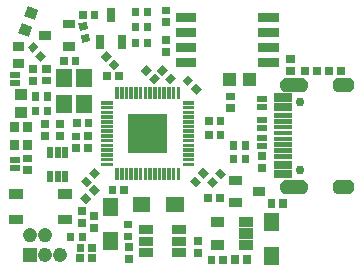
<source format=gts>
%TF.GenerationSoftware,KiCad,Pcbnew,9.0.0*%
%TF.CreationDate,2025-03-31T12:51:01+01:00*%
%TF.ProjectId,vm_rp2040_brain_0.1,766d5f72-7032-4303-9430-5f627261696e,rev?*%
%TF.SameCoordinates,Original*%
%TF.FileFunction,Soldermask,Top*%
%TF.FilePolarity,Negative*%
%FSLAX45Y45*%
G04 Gerber Fmt 4.5, Leading zero omitted, Abs format (unit mm)*
G04 Created by KiCad (PCBNEW 9.0.0) date 2025-03-31 12:51:01*
%MOMM*%
%LPD*%
G01*
G04 APERTURE LIST*
G04 Aperture macros list*
%AMRoundRect*
0 Rectangle with rounded corners*
0 $1 Rounding radius*
0 $2 $3 $4 $5 $6 $7 $8 $9 X,Y pos of 4 corners*
0 Add a 4 corners polygon primitive as box body*
4,1,4,$2,$3,$4,$5,$6,$7,$8,$9,$2,$3,0*
0 Add four circle primitives for the rounded corners*
1,1,$1+$1,$2,$3*
1,1,$1+$1,$4,$5*
1,1,$1+$1,$6,$7*
1,1,$1+$1,$8,$9*
0 Add four rect primitives between the rounded corners*
20,1,$1+$1,$2,$3,$4,$5,0*
20,1,$1+$1,$4,$5,$6,$7,0*
20,1,$1+$1,$6,$7,$8,$9,0*
20,1,$1+$1,$8,$9,$2,$3,0*%
G04 Aperture macros list end*
%ADD10C,0.000000*%
%ADD11C,0.629990*%
%ADD12C,0.075000*%
%ADD13RoundRect,0.172720X0.259080X0.259080X-0.259080X0.259080X-0.259080X-0.259080X0.259080X-0.259080X0*%
%ADD14C,0.863600*%
%ADD15C,0.750000*%
%ADD16O,2.200000X1.200000*%
%ADD17O,1.800000X1.200000*%
G04 APERTURE END LIST*
D10*
G36*
X-392400Y-372601D02*
G01*
X-422601Y-372601D01*
X-422601Y-274900D01*
X-392400Y-274900D01*
X-392400Y-372601D01*
G37*
G36*
X125101Y-55100D02*
G01*
X27400Y-55100D01*
X27400Y-24899D01*
X125101Y-24899D01*
X125101Y-55100D01*
G37*
G36*
X957501Y-44999D02*
G01*
X802500Y-44999D01*
X802500Y-4999D01*
X957501Y-4999D01*
X957501Y-44999D01*
G37*
G36*
X844499Y714955D02*
G01*
X669498Y714955D01*
X669498Y789956D01*
X844499Y789956D01*
X844499Y714955D01*
G37*
G36*
X-737500Y411658D02*
G01*
X-872501Y411658D01*
X-872501Y566659D01*
X-737500Y566659D01*
X-737500Y411658D01*
G37*
G36*
X-1203438Y435000D02*
G01*
X-1273438Y435000D01*
X-1273438Y500001D01*
X-1203438Y500001D01*
X-1203438Y435000D01*
G37*
G36*
X957501Y155001D02*
G01*
X802500Y155001D01*
X802500Y195001D01*
X957501Y195001D01*
X957501Y155001D01*
G37*
G36*
X-579998Y472500D02*
G01*
X-644999Y472500D01*
X-644999Y542500D01*
X-579998Y542500D01*
X-579998Y472500D01*
G37*
G36*
X-910001Y-530052D02*
G01*
X-1030001Y-530052D01*
X-1030001Y-450052D01*
X-910001Y-450052D01*
X-910001Y-530052D01*
G37*
G36*
X-562398Y-95100D02*
G01*
X-660099Y-95100D01*
X-660099Y-64899D01*
X-562398Y-64899D01*
X-562398Y-95100D01*
G37*
G36*
X-1088965Y436298D02*
G01*
X-1158965Y436298D01*
X-1158965Y501299D01*
X-1088965Y501299D01*
X-1088965Y436298D01*
G37*
G36*
X957501Y4999D02*
G01*
X802500Y4999D01*
X802500Y44999D01*
X957501Y44999D01*
X957501Y4999D01*
G37*
G36*
X-845354Y597234D02*
G01*
X-910355Y597234D01*
X-910355Y667234D01*
X-845354Y667234D01*
X-845354Y597234D01*
G37*
G36*
X282500Y92500D02*
G01*
X217499Y92500D01*
X217499Y162500D01*
X282500Y162500D01*
X282500Y92500D01*
G37*
G36*
X125101Y24900D02*
G01*
X27400Y24900D01*
X27400Y55101D01*
X125101Y55101D01*
X125101Y24900D01*
G37*
G36*
X382502Y92500D02*
G01*
X317501Y92500D01*
X317501Y162500D01*
X382502Y162500D01*
X382502Y92500D01*
G37*
G36*
X-740538Y-34151D02*
G01*
X-810538Y-34151D01*
X-810538Y30850D01*
X-740538Y30850D01*
X-740538Y-34151D01*
G37*
G36*
X381632Y-963258D02*
G01*
X266631Y-963258D01*
X266631Y-878257D01*
X381632Y-878257D01*
X381632Y-963258D01*
G37*
G36*
X125101Y224900D02*
G01*
X27400Y224900D01*
X27400Y255101D01*
X125101Y255101D01*
X125101Y224900D01*
G37*
G36*
X-75802Y680572D02*
G01*
X-145802Y680572D01*
X-145802Y745573D01*
X-75802Y745573D01*
X-75802Y680572D01*
G37*
G36*
X-807501Y-1070334D02*
G01*
X-872502Y-1070334D01*
X-872502Y-1000334D01*
X-807501Y-1000334D01*
X-807501Y-1070334D01*
G37*
G36*
X-237499Y885001D02*
G01*
X-302500Y885001D01*
X-302500Y955001D01*
X-237499Y955001D01*
X-237499Y885001D01*
G37*
G36*
X653389Y426779D02*
G01*
X541868Y426779D01*
X541868Y533220D01*
X653389Y533220D01*
X653389Y426779D01*
G37*
G36*
X-77499Y1030000D02*
G01*
X-147499Y1030000D01*
X-147499Y1095001D01*
X-77499Y1095001D01*
X-77499Y1030000D01*
G37*
G36*
X729628Y-507349D02*
G01*
X624627Y-507349D01*
X624627Y-432348D01*
X729628Y-432348D01*
X729628Y-507349D01*
G37*
G36*
X844499Y841955D02*
G01*
X669498Y841955D01*
X669498Y916956D01*
X844499Y916956D01*
X844499Y841955D01*
G37*
G36*
X382502Y-25000D02*
G01*
X317501Y-25000D01*
X317501Y45000D01*
X382502Y45000D01*
X382502Y-25000D01*
G37*
G36*
X125101Y64900D02*
G01*
X27400Y64900D01*
X27400Y95101D01*
X125101Y95101D01*
X125101Y64900D01*
G37*
G36*
X254084Y-315702D02*
G01*
X208123Y-361663D01*
X158626Y-312166D01*
X204587Y-266205D01*
X254084Y-315702D01*
G37*
G36*
X-1082499Y815508D02*
G01*
X-1187500Y815508D01*
X-1187500Y890509D01*
X-1082499Y890509D01*
X-1082499Y815508D01*
G37*
G36*
X-788760Y-769283D02*
G01*
X-858760Y-769283D01*
X-858760Y-704282D01*
X-788760Y-704282D01*
X-788760Y-769283D01*
G37*
G36*
X-1357501Y30001D02*
G01*
X-1432502Y30001D01*
X-1432502Y120001D01*
X-1357501Y120001D01*
X-1357501Y30001D01*
G37*
G36*
X-75802Y780572D02*
G01*
X-145802Y780572D01*
X-145802Y845573D01*
X-75802Y845573D01*
X-75802Y780572D01*
G37*
G36*
X529629Y-412348D02*
G01*
X424628Y-412348D01*
X424628Y-337347D01*
X529629Y-337347D01*
X529629Y-412348D01*
G37*
G36*
X193991Y-1020989D02*
G01*
X123991Y-1020989D01*
X123991Y-955988D01*
X193991Y-955988D01*
X193991Y-1020989D01*
G37*
G36*
X-1312500Y718302D02*
G01*
X-1407501Y718302D01*
X-1407501Y793303D01*
X-1312500Y793303D01*
X-1312500Y718302D01*
G37*
G36*
X-667454Y-317066D02*
G01*
X-713415Y-363027D01*
X-762912Y-313530D01*
X-716951Y-267569D01*
X-667454Y-317066D01*
G37*
G36*
X957501Y-359999D02*
G01*
X802500Y-359999D01*
X802500Y-319999D01*
X957501Y-319999D01*
X957501Y-359999D01*
G37*
G36*
X1031999Y-296499D02*
G01*
X1016998Y-296499D01*
X1016998Y-281498D01*
X1031999Y-281498D01*
X1031999Y-296499D01*
G37*
G36*
X-233307Y557124D02*
G01*
X-282804Y507627D01*
X-328765Y553588D01*
X-279268Y603085D01*
X-233307Y557124D01*
G37*
G36*
X-939000Y-185349D02*
G01*
X-990999Y-185349D01*
X-990999Y-93348D01*
X-939000Y-93348D01*
X-939000Y-185349D01*
G37*
G36*
X-503321Y604482D02*
G01*
X-552818Y554985D01*
X-598779Y600946D01*
X-549282Y650443D01*
X-503321Y604482D01*
G37*
G36*
X125101Y144900D02*
G01*
X27400Y144900D01*
X27400Y175101D01*
X125101Y175101D01*
X125101Y144900D01*
G37*
G36*
X957501Y-279999D02*
G01*
X802500Y-279999D01*
X802500Y-239999D01*
X957501Y-239999D01*
X957501Y-279999D01*
G37*
G36*
X492499Y-116818D02*
G01*
X427498Y-116818D01*
X427498Y-46818D01*
X492499Y-46818D01*
X492499Y-116818D01*
G37*
G36*
X-574033Y675193D02*
G01*
X-623530Y625696D01*
X-669491Y671657D01*
X-619994Y721154D01*
X-574033Y675193D01*
G37*
G36*
X-392400Y314898D02*
G01*
X-422601Y314898D01*
X-422601Y412599D01*
X-392400Y412599D01*
X-392400Y314898D01*
G37*
G36*
X-1247501Y30001D02*
G01*
X-1322502Y30001D01*
X-1322502Y120001D01*
X-1247501Y120001D01*
X-1247501Y30001D01*
G37*
G36*
X-773569Y901820D02*
G01*
X-842505Y889663D01*
X-853793Y953676D01*
X-784857Y965833D01*
X-773569Y901820D01*
G37*
G36*
X7599Y314898D02*
G01*
X-22602Y314898D01*
X-22602Y412599D01*
X7599Y412599D01*
X7599Y314898D01*
G37*
G36*
X-707501Y-1070334D02*
G01*
X-772502Y-1070334D01*
X-772502Y-1000334D01*
X-707501Y-1000334D01*
X-707501Y-1070334D01*
G37*
G36*
X1402500Y515667D02*
G01*
X1337499Y515667D01*
X1337499Y585667D01*
X1402500Y585667D01*
X1402500Y515667D01*
G37*
G36*
X403759Y-1083215D02*
G01*
X338758Y-1083215D01*
X338758Y-1013215D01*
X403759Y-1013215D01*
X403759Y-1083215D01*
G37*
D11*
X-1106002Y-1007501D02*
G75*
G02*
X-1169001Y-1007501I-31500J0D01*
G01*
X-1169001Y-1007501D02*
G75*
G02*
X-1106002Y-1007501I31500J0D01*
G01*
D10*
G36*
X-520496Y-677501D02*
G01*
X-645497Y-677501D01*
X-645497Y-527501D01*
X-520496Y-527501D01*
X-520496Y-677501D01*
G37*
G36*
X-1249999Y-322611D02*
G01*
X-1319999Y-322611D01*
X-1319999Y-257610D01*
X-1249999Y-257610D01*
X-1249999Y-322611D01*
G37*
G36*
X957501Y105001D02*
G01*
X802500Y105001D01*
X802500Y145001D01*
X957501Y145001D01*
X957501Y105001D01*
G37*
G36*
X-888260Y-890551D02*
G01*
X-953261Y-890551D01*
X-953261Y-820551D01*
X-888260Y-820551D01*
X-888260Y-890551D01*
G37*
G36*
X-945354Y597234D02*
G01*
X-1010355Y597234D01*
X-1010355Y667234D01*
X-945354Y667234D01*
X-945354Y597234D01*
G37*
G36*
X1302500Y515667D02*
G01*
X1237499Y515667D01*
X1237499Y585667D01*
X1302500Y585667D01*
X1302500Y515667D01*
G37*
G36*
X381632Y-773258D02*
G01*
X266631Y-773258D01*
X266631Y-688257D01*
X381632Y-688257D01*
X381632Y-773258D01*
G37*
G36*
X957501Y-250000D02*
G01*
X802500Y-250000D01*
X802500Y-210000D01*
X957501Y-210000D01*
X957501Y-250000D01*
G37*
G36*
X956932Y-95001D02*
G01*
X801931Y-95001D01*
X801931Y-55001D01*
X956932Y-55001D01*
X956932Y-95001D01*
G37*
G36*
X-337499Y755001D02*
G01*
X-402500Y755001D01*
X-402500Y825001D01*
X-337499Y825001D01*
X-337499Y755001D01*
G37*
G36*
X-788760Y-669283D02*
G01*
X-858760Y-669283D01*
X-858760Y-604282D01*
X-788760Y-604282D01*
X-788760Y-669283D01*
G37*
G36*
X-975501Y68000D02*
G01*
X-1045501Y68000D01*
X-1045501Y133001D01*
X-975501Y133001D01*
X-975501Y68000D01*
G37*
G36*
X845503Y-803561D02*
G01*
X720502Y-803561D01*
X720502Y-653561D01*
X845503Y-653561D01*
X845503Y-803561D01*
G37*
G36*
X-562398Y24900D02*
G01*
X-660099Y24900D01*
X-660099Y55101D01*
X-562398Y55101D01*
X-562398Y24900D01*
G37*
G36*
X737501Y-202091D02*
G01*
X667501Y-202091D01*
X667501Y-137090D01*
X737501Y-137090D01*
X737501Y-202091D01*
G37*
G36*
X-1292500Y302499D02*
G01*
X-1387501Y302499D01*
X-1387501Y397500D01*
X-1292500Y397500D01*
X-1292500Y302499D01*
G37*
G36*
X-337499Y1015000D02*
G01*
X-402500Y1015000D01*
X-402500Y1085000D01*
X-337499Y1085000D01*
X-337499Y1015000D01*
G37*
G36*
X125101Y184900D02*
G01*
X27400Y184900D01*
X27400Y215101D01*
X125101Y215101D01*
X125101Y184900D01*
G37*
G36*
X-232400Y314898D02*
G01*
X-262601Y314898D01*
X-262601Y412599D01*
X-232400Y412599D01*
X-232400Y314898D01*
G37*
G36*
X-736330Y74499D02*
G01*
X-801331Y74499D01*
X-801331Y144499D01*
X-736330Y144499D01*
X-736330Y74499D01*
G37*
G36*
X621631Y-773258D02*
G01*
X506630Y-773258D01*
X506630Y-688257D01*
X621631Y-688257D01*
X621631Y-773258D01*
G37*
G36*
X-533102Y-494999D02*
G01*
X-598103Y-494999D01*
X-598103Y-424999D01*
X-533102Y-424999D01*
X-533102Y-494999D01*
G37*
G36*
X-562398Y64900D02*
G01*
X-660099Y64900D01*
X-660099Y95101D01*
X-562398Y95101D01*
X-562398Y64900D01*
G37*
G36*
X-237499Y755001D02*
G01*
X-302500Y755001D01*
X-302500Y825001D01*
X-237499Y825001D01*
X-237499Y755001D01*
G37*
G36*
X52501Y-832500D02*
G01*
X-62500Y-832500D01*
X-62500Y-757499D01*
X52501Y-757499D01*
X52501Y-832500D01*
G37*
G36*
X-337499Y885001D02*
G01*
X-402500Y885001D01*
X-402500Y955001D01*
X-337499Y955001D01*
X-337499Y885001D01*
G37*
G36*
X276881Y-560051D02*
G01*
X211880Y-560051D01*
X211880Y-490051D01*
X276881Y-490051D01*
X276881Y-560051D01*
G37*
G36*
X529629Y-602348D02*
G01*
X424628Y-602348D01*
X424628Y-527347D01*
X529629Y-527347D01*
X529629Y-602348D01*
G37*
G36*
X1031999Y494500D02*
G01*
X1037586Y494226D01*
X1043119Y493405D01*
X1048545Y492046D01*
X1053812Y490161D01*
X1058869Y487770D01*
X1063667Y484894D01*
X1068159Y481562D01*
X1072304Y477805D01*
X1076061Y473660D01*
X1079393Y469168D01*
X1082269Y464370D01*
X1084660Y459313D01*
X1086545Y454046D01*
X1087904Y448620D01*
X1088725Y443087D01*
X1088999Y437500D01*
X1088999Y426501D01*
X1088725Y420915D01*
X1087904Y415382D01*
X1086545Y409956D01*
X1084660Y404689D01*
X1082269Y399632D01*
X1079393Y394834D01*
X1076061Y390342D01*
X1072304Y386197D01*
X1068159Y382440D01*
X1063667Y379108D01*
X1058869Y376232D01*
X1053812Y373841D01*
X1048545Y371956D01*
X1043119Y370597D01*
X1037586Y369776D01*
X1031999Y369502D01*
X1031999Y369501D01*
X910998Y369501D01*
X910998Y369503D01*
X905412Y369776D01*
X899879Y370597D01*
X894453Y371956D01*
X889186Y373841D01*
X884129Y376232D01*
X879331Y379108D01*
X874839Y382440D01*
X870694Y386197D01*
X866937Y390342D01*
X863605Y394834D01*
X860729Y399632D01*
X858338Y404689D01*
X856453Y409956D01*
X855094Y415382D01*
X854273Y420915D01*
X853999Y426501D01*
X853998Y426501D01*
X853998Y437502D01*
X853999Y437502D01*
X854273Y443087D01*
X855094Y448620D01*
X856453Y454046D01*
X858338Y459313D01*
X860729Y464370D01*
X863605Y469168D01*
X866937Y473660D01*
X870694Y477805D01*
X874839Y481562D01*
X879331Y484894D01*
X884129Y487770D01*
X889186Y490161D01*
X894453Y492046D01*
X899879Y493405D01*
X905412Y494226D01*
X910998Y494499D01*
X910998Y494502D01*
X1031999Y494502D01*
X1031999Y494500D01*
G37*
G36*
X125101Y-15100D02*
G01*
X27400Y-15100D01*
X27400Y15101D01*
X125101Y15101D01*
X125101Y-15100D01*
G37*
G36*
X-112400Y314898D02*
G01*
X-142601Y314898D01*
X-142601Y412599D01*
X-112400Y412599D01*
X-112400Y314898D01*
G37*
G36*
X621631Y-963258D02*
G01*
X506630Y-963258D01*
X506630Y-878257D01*
X621631Y-878257D01*
X621631Y-963258D01*
G37*
G36*
X-907499Y191659D02*
G01*
X-1042500Y191659D01*
X-1042500Y346660D01*
X-907499Y346660D01*
X-907499Y191659D01*
G37*
G36*
X-744111Y-530624D02*
G01*
X-790072Y-576585D01*
X-839569Y-527088D01*
X-793608Y-481127D01*
X-744111Y-530624D01*
G37*
G36*
X-1069000Y-391349D02*
G01*
X-1120999Y-391349D01*
X-1120999Y-299348D01*
X-1069000Y-299348D01*
X-1069000Y-391349D01*
G37*
D12*
X1028249Y288999D02*
G75*
G02*
X1020749Y288999I-3750J0D01*
G01*
X1020749Y288999D02*
G75*
G02*
X1028249Y288999I3750J0D01*
G01*
D10*
G36*
X-1292500Y152500D02*
G01*
X-1387501Y152500D01*
X-1387501Y247501D01*
X-1292500Y247501D01*
X-1292500Y152500D01*
G37*
G36*
X-512400Y314898D02*
G01*
X-542601Y314898D01*
X-542601Y412599D01*
X-512400Y412599D01*
X-512400Y314898D01*
G37*
G36*
X-32401Y-372601D02*
G01*
X-62602Y-372601D01*
X-62602Y-274900D01*
X-32401Y-274900D01*
X-32401Y-372601D01*
G37*
G36*
X-232400Y-372601D02*
G01*
X-262601Y-372601D01*
X-262601Y-274900D01*
X-232400Y-274900D01*
X-232400Y-372601D01*
G37*
G36*
X-1104000Y-32000D02*
G01*
X-1174000Y-32000D01*
X-1174000Y33001D01*
X-1104000Y33001D01*
X-1104000Y-32000D01*
G37*
D11*
X-979001Y-1007501D02*
G75*
G02*
X-1042000Y-1007501I-31500J0D01*
G01*
X-1042000Y-1007501D02*
G75*
G02*
X-979001Y-1007501I31500J0D01*
G01*
D10*
G36*
X-479998Y472500D02*
G01*
X-544999Y472500D01*
X-544999Y542500D01*
X-479998Y542500D01*
X-479998Y472500D01*
G37*
G36*
X-26416Y486413D02*
G01*
X-75913Y436916D01*
X-121874Y482877D01*
X-72377Y532374D01*
X-26416Y486413D01*
G37*
G36*
X-1352499Y-300001D02*
G01*
X-1432499Y-300001D01*
X-1432499Y-250001D01*
X-1352499Y-250001D01*
X-1352499Y-300001D01*
G37*
G36*
X-397651Y-782501D02*
G01*
X-467651Y-782501D01*
X-467651Y-717500D01*
X-397651Y-717500D01*
X-397651Y-782501D01*
G37*
G36*
X-192400Y-372601D02*
G01*
X-222601Y-372601D01*
X-222601Y-274900D01*
X-192400Y-274900D01*
X-192400Y-372601D01*
G37*
G36*
X326502Y-393030D02*
G01*
X280541Y-438991D01*
X231044Y-389494D01*
X277005Y-343533D01*
X326502Y-393030D01*
G37*
G36*
X-543426Y961464D02*
G01*
X-614307Y961464D01*
X-614307Y1083145D01*
X-543426Y1083145D01*
X-543426Y961464D01*
G37*
G36*
X1424999Y-369503D02*
G01*
X1430585Y-369776D01*
X1436118Y-370597D01*
X1441544Y-371956D01*
X1446811Y-373841D01*
X1451868Y-376232D01*
X1456666Y-379108D01*
X1461158Y-382440D01*
X1465303Y-386197D01*
X1469060Y-390342D01*
X1472392Y-394834D01*
X1475268Y-399632D01*
X1477659Y-404689D01*
X1479544Y-409956D01*
X1480903Y-415382D01*
X1481724Y-420915D01*
X1481998Y-426500D01*
X1481999Y-426500D01*
X1481999Y-437501D01*
X1481998Y-437501D01*
X1481724Y-443087D01*
X1480903Y-448620D01*
X1479544Y-454046D01*
X1477659Y-459313D01*
X1475268Y-464370D01*
X1472392Y-469168D01*
X1469060Y-473660D01*
X1465303Y-477805D01*
X1461158Y-481562D01*
X1456666Y-484894D01*
X1451868Y-487770D01*
X1446811Y-490161D01*
X1441544Y-492046D01*
X1436118Y-493405D01*
X1430585Y-494226D01*
X1424999Y-494499D01*
X1424999Y-494501D01*
X1353998Y-494501D01*
X1353998Y-494499D01*
X1348413Y-494226D01*
X1342880Y-493405D01*
X1337454Y-492046D01*
X1332187Y-490161D01*
X1327130Y-487770D01*
X1322332Y-484894D01*
X1317840Y-481562D01*
X1313695Y-477805D01*
X1309938Y-473660D01*
X1306606Y-469168D01*
X1303730Y-464370D01*
X1301339Y-459313D01*
X1299454Y-454046D01*
X1298095Y-448620D01*
X1297274Y-443087D01*
X1297000Y-437501D01*
X1296998Y-437501D01*
X1296998Y-426500D01*
X1297000Y-426500D01*
X1297274Y-420915D01*
X1298095Y-415382D01*
X1299454Y-409956D01*
X1301339Y-404689D01*
X1303730Y-399632D01*
X1306606Y-394834D01*
X1309938Y-390342D01*
X1313695Y-386197D01*
X1317840Y-382440D01*
X1322332Y-379108D01*
X1327130Y-376232D01*
X1332187Y-373841D01*
X1337454Y-371956D01*
X1342880Y-370597D01*
X1348413Y-369776D01*
X1353998Y-369503D01*
X1353998Y-369500D01*
X1424999Y-369500D01*
X1424999Y-369503D01*
G37*
G36*
X-472400Y314898D02*
G01*
X-502601Y314898D01*
X-502601Y412599D01*
X-472400Y412599D01*
X-472400Y314898D01*
G37*
G36*
X1097931Y515667D02*
G01*
X1032930Y515667D01*
X1032930Y585667D01*
X1097931Y585667D01*
X1097931Y515667D01*
G37*
G36*
X-448176Y732864D02*
G01*
X-519057Y732864D01*
X-519057Y854545D01*
X-448176Y854545D01*
X-448176Y732864D01*
G37*
G36*
X144500Y968955D02*
G01*
X-30501Y968955D01*
X-30501Y1043956D01*
X144500Y1043956D01*
X144500Y968955D01*
G37*
G36*
X-1352499Y-230001D02*
G01*
X-1432499Y-230001D01*
X-1432499Y-180001D01*
X-1352499Y-180001D01*
X-1352499Y-230001D01*
G37*
G36*
X-391870Y-1074619D02*
G01*
X-461870Y-1074619D01*
X-461870Y-1009618D01*
X-391870Y-1009618D01*
X-391870Y-1074619D01*
G37*
G36*
X183373Y-386413D02*
G01*
X137412Y-432374D01*
X87915Y-382877D01*
X133876Y-336916D01*
X183373Y-386413D01*
G37*
G36*
X-1350000Y420000D02*
G01*
X-1430000Y420000D01*
X-1430000Y470000D01*
X-1350000Y470000D01*
X-1350000Y420000D01*
G37*
G36*
X-1069000Y-185349D02*
G01*
X-1120999Y-185349D01*
X-1120999Y-93348D01*
X-1069000Y-93348D01*
X-1069000Y-185349D01*
G37*
G36*
X-737500Y191659D02*
G01*
X-872501Y191659D01*
X-872501Y346660D01*
X-737500Y346660D01*
X-737500Y191659D01*
G37*
G36*
X125101Y-135100D02*
G01*
X27400Y-135100D01*
X27400Y-104899D01*
X125101Y-104899D01*
X125101Y-135100D01*
G37*
G36*
X740001Y217499D02*
G01*
X660001Y217499D01*
X660001Y267499D01*
X740001Y267499D01*
X740001Y217499D01*
G37*
G36*
X-562398Y-215100D02*
G01*
X-660099Y-215100D01*
X-660099Y-184899D01*
X-562398Y-184899D01*
X-562398Y-215100D01*
G37*
G36*
X739999Y112500D02*
G01*
X659999Y112500D01*
X659999Y162500D01*
X739999Y162500D01*
X739999Y112500D01*
G37*
G36*
X-562398Y-175100D02*
G01*
X-660099Y-175100D01*
X-660099Y-144899D01*
X-562398Y-144899D01*
X-562398Y-175100D01*
G37*
G36*
X-1350000Y490000D02*
G01*
X-1430000Y490000D01*
X-1430000Y540000D01*
X-1350000Y540000D01*
X-1350000Y490000D01*
G37*
G36*
X957501Y239999D02*
G01*
X802500Y239999D01*
X802500Y279999D01*
X957501Y279999D01*
X957501Y239999D01*
G37*
D11*
X-1106002Y-839861D02*
G75*
G02*
X-1169001Y-839861I-31500J0D01*
G01*
X-1169001Y-839861D02*
G75*
G02*
X-1106002Y-839861I31500J0D01*
G01*
D10*
G36*
X-222499Y-832500D02*
G01*
X-337500Y-832500D01*
X-337500Y-757499D01*
X-222499Y-757499D01*
X-222499Y-832500D01*
G37*
G36*
X-97127Y557124D02*
G01*
X-146624Y507627D01*
X-192585Y553588D01*
X-143088Y603085D01*
X-97127Y557124D01*
G37*
G36*
X125101Y-175100D02*
G01*
X27400Y-175100D01*
X27400Y-144899D01*
X125101Y-144899D01*
X125101Y-175100D01*
G37*
G36*
X957501Y319999D02*
G01*
X802500Y319999D01*
X802500Y359999D01*
X957501Y359999D01*
X957501Y319999D01*
G37*
G36*
X193991Y-920989D02*
G01*
X123991Y-920989D01*
X123991Y-855988D01*
X193991Y-855988D01*
X193991Y-920989D01*
G37*
G36*
X-102400Y-145100D02*
G01*
X-432600Y-145100D01*
X-432600Y185100D01*
X-102400Y185100D01*
X-102400Y-145100D01*
G37*
G36*
X-1312500Y578303D02*
G01*
X-1407501Y578303D01*
X-1407501Y653304D01*
X-1312500Y653304D01*
X-1312500Y578303D01*
G37*
G36*
X-562398Y184900D02*
G01*
X-660099Y184900D01*
X-660099Y215101D01*
X-562398Y215101D01*
X-562398Y184900D01*
G37*
G36*
X-562398Y144900D02*
G01*
X-660099Y144900D01*
X-660099Y175101D01*
X-562398Y175101D01*
X-562398Y144900D01*
G37*
G36*
X-1004001Y-185349D02*
G01*
X-1056000Y-185349D01*
X-1056000Y-93348D01*
X-1004001Y-93348D01*
X-1004001Y-185349D01*
G37*
G36*
X144500Y714955D02*
G01*
X-30501Y714955D01*
X-30501Y789956D01*
X144500Y789956D01*
X144500Y714955D01*
G37*
G36*
X-1249999Y-222611D02*
G01*
X-1319999Y-222611D01*
X-1319999Y-157610D01*
X-1249999Y-157610D01*
X-1249999Y-222611D01*
G37*
G36*
X7599Y-372601D02*
G01*
X-22602Y-372601D01*
X-22602Y-274900D01*
X7599Y-274900D01*
X7599Y-372601D01*
G37*
G36*
X-32401Y314898D02*
G01*
X-62602Y314898D01*
X-62602Y412599D01*
X-32401Y412599D01*
X-32401Y314898D01*
G37*
D11*
X-1233002Y-839861D02*
G75*
G02*
X-1296001Y-839861I-31500J0D01*
G01*
X-1296001Y-839861D02*
G75*
G02*
X-1233002Y-839861I31500J0D01*
G01*
D10*
G36*
X-312400Y314898D02*
G01*
X-342601Y314898D01*
X-342601Y412599D01*
X-312400Y412599D01*
X-312400Y314898D01*
G37*
G36*
X1197931Y515667D02*
G01*
X1132930Y515667D01*
X1132930Y585667D01*
X1197931Y585667D01*
X1197931Y515667D01*
G37*
G36*
X1031999Y-369502D02*
G01*
X1037586Y-369776D01*
X1043119Y-370597D01*
X1048545Y-371956D01*
X1053812Y-373841D01*
X1058869Y-376232D01*
X1063667Y-379108D01*
X1068159Y-382440D01*
X1072304Y-386197D01*
X1076061Y-390342D01*
X1079393Y-394834D01*
X1082269Y-399632D01*
X1084660Y-404689D01*
X1086545Y-409956D01*
X1087904Y-415382D01*
X1088725Y-420915D01*
X1088999Y-426502D01*
X1088999Y-437501D01*
X1088725Y-443087D01*
X1087904Y-448620D01*
X1086545Y-454046D01*
X1084660Y-459313D01*
X1082269Y-464370D01*
X1079393Y-469168D01*
X1076061Y-473660D01*
X1072304Y-477805D01*
X1068159Y-481562D01*
X1063667Y-484894D01*
X1058869Y-487770D01*
X1053812Y-490161D01*
X1048545Y-492046D01*
X1043119Y-493405D01*
X1037586Y-494226D01*
X1031999Y-494500D01*
X1031999Y-494501D01*
X910998Y-494501D01*
X910998Y-494499D01*
X905412Y-494226D01*
X899879Y-493405D01*
X894453Y-492046D01*
X889186Y-490161D01*
X884129Y-487770D01*
X879331Y-484894D01*
X874839Y-481562D01*
X870694Y-477805D01*
X866937Y-473660D01*
X863605Y-469168D01*
X860729Y-464370D01*
X858338Y-459313D01*
X856453Y-454046D01*
X855094Y-448620D01*
X854273Y-443087D01*
X853999Y-437501D01*
X853998Y-437501D01*
X853998Y-426500D01*
X853999Y-426500D01*
X854273Y-420915D01*
X855094Y-415382D01*
X856453Y-409956D01*
X858338Y-404689D01*
X860729Y-399632D01*
X863605Y-394834D01*
X866937Y-390342D01*
X870694Y-386197D01*
X874839Y-382440D01*
X879331Y-379108D01*
X884129Y-376232D01*
X889186Y-373841D01*
X894453Y-371956D01*
X899879Y-370597D01*
X905412Y-369776D01*
X910998Y-369503D01*
X910998Y-369500D01*
X1031999Y-369500D01*
X1031999Y-369502D01*
G37*
G36*
X-562398Y-15100D02*
G01*
X-660099Y-15100D01*
X-660099Y15101D01*
X-562398Y15101D01*
X-562398Y-15100D01*
G37*
G36*
X-1357501Y-120001D02*
G01*
X-1432502Y-120001D01*
X-1432502Y-30001D01*
X-1357501Y-30001D01*
X-1357501Y-120001D01*
G37*
G36*
X-397651Y-882501D02*
G01*
X-467651Y-882501D01*
X-467651Y-817500D01*
X-397651Y-817500D01*
X-397651Y-882501D01*
G37*
G36*
X-1201499Y-1070500D02*
G01*
X-1327498Y-1070500D01*
X-1327498Y-944501D01*
X-1201499Y-944501D01*
X-1201499Y-1070500D01*
G37*
G36*
X-882499Y720507D02*
G01*
X-987500Y720507D01*
X-987500Y795508D01*
X-882499Y795508D01*
X-882499Y720507D01*
G37*
G36*
X-1088965Y536297D02*
G01*
X-1158965Y536297D01*
X-1158965Y601298D01*
X-1088965Y601298D01*
X-1088965Y536297D01*
G37*
G36*
X-152400Y314898D02*
G01*
X-182601Y314898D01*
X-182601Y412599D01*
X-152400Y412599D01*
X-152400Y314898D01*
G37*
G36*
X-788260Y-890551D02*
G01*
X-853261Y-890551D01*
X-853261Y-820551D01*
X-788260Y-820551D01*
X-788260Y-890551D01*
G37*
G36*
X-1192649Y1066168D02*
G01*
X-1223840Y980468D01*
X-1314315Y1013396D01*
X-1283124Y1099096D01*
X-1192649Y1066168D01*
G37*
G36*
X975432Y618167D02*
G01*
X905432Y618167D01*
X905432Y683168D01*
X975432Y683168D01*
X975432Y618167D01*
G37*
G36*
X-882499Y910507D02*
G01*
X-987500Y910507D01*
X-987500Y985508D01*
X-882499Y985508D01*
X-882499Y910507D01*
G37*
G36*
X-1183893Y299500D02*
G01*
X-1248894Y299500D01*
X-1248894Y369500D01*
X-1183893Y369500D01*
X-1183893Y299500D01*
G37*
G36*
X-836330Y74499D02*
G01*
X-901331Y74499D01*
X-901331Y144499D01*
X-836330Y144499D01*
X-836330Y74499D01*
G37*
G36*
X-690183Y-810080D02*
G01*
X-760183Y-810080D01*
X-760183Y-745079D01*
X-690183Y-745079D01*
X-690183Y-810080D01*
G37*
G36*
X-1324999Y-745051D02*
G01*
X-1444999Y-745051D01*
X-1444999Y-665051D01*
X-1324999Y-665051D01*
X-1324999Y-745051D01*
G37*
G36*
X40001Y-642499D02*
G01*
X-109999Y-642499D01*
X-109999Y-517498D01*
X40001Y-517498D01*
X40001Y-642499D01*
G37*
G36*
X469218Y302407D02*
G01*
X399218Y302407D01*
X399218Y367408D01*
X469218Y367408D01*
X469218Y302407D01*
G37*
G36*
X-562398Y-135100D02*
G01*
X-660099Y-135100D01*
X-660099Y-104899D01*
X-562398Y-104899D01*
X-562398Y-135100D01*
G37*
G36*
X737501Y-302091D02*
G01*
X667501Y-302091D01*
X667501Y-237090D01*
X737501Y-237090D01*
X737501Y-302091D01*
G37*
G36*
X-975501Y-32000D02*
G01*
X-1045501Y-32000D01*
X-1045501Y33001D01*
X-975501Y33001D01*
X-975501Y-32000D01*
G37*
G36*
X-1004001Y-391349D02*
G01*
X-1056000Y-391349D01*
X-1056000Y-299348D01*
X-1004001Y-299348D01*
X-1004001Y-391349D01*
G37*
G36*
X957501Y-329999D02*
G01*
X802500Y-329999D01*
X802500Y-289999D01*
X957501Y-289999D01*
X957501Y-329999D01*
G37*
G36*
X376881Y-560051D02*
G01*
X311880Y-560051D01*
X311880Y-490051D01*
X376881Y-490051D01*
X376881Y-560051D01*
G37*
G36*
X-1083894Y299500D02*
G01*
X-1148895Y299500D01*
X-1148895Y369500D01*
X-1083894Y369500D01*
X-1083894Y299500D01*
G37*
G36*
X144500Y841955D02*
G01*
X-30501Y841955D01*
X-30501Y916956D01*
X144500Y916956D01*
X144500Y841955D01*
G37*
G36*
X-222499Y-1022499D02*
G01*
X-337500Y-1022499D01*
X-337500Y-947498D01*
X-222499Y-947498D01*
X-222499Y-1022499D01*
G37*
G36*
X303759Y-1083215D02*
G01*
X238758Y-1083215D01*
X238758Y-1013215D01*
X303759Y-1013215D01*
X303759Y-1083215D01*
G37*
G36*
X739999Y-42501D02*
G01*
X659999Y-42501D01*
X659999Y7499D01*
X739999Y7499D01*
X739999Y-42501D01*
G37*
G36*
X-152400Y-372601D02*
G01*
X-182601Y-372601D01*
X-182601Y-274900D01*
X-152400Y-274900D01*
X-152400Y-372601D01*
G37*
G36*
X-1183893Y178258D02*
G01*
X-1248894Y178258D01*
X-1248894Y248258D01*
X-1183893Y248258D01*
X-1183893Y178258D01*
G37*
G36*
X-562398Y224900D02*
G01*
X-660099Y224900D01*
X-660099Y255101D01*
X-562398Y255101D01*
X-562398Y224900D01*
G37*
G36*
X-1125548Y672815D02*
G01*
X-1179170Y627819D01*
X-1220950Y677611D01*
X-1167328Y722607D01*
X-1125548Y672815D01*
G37*
G36*
X-840000Y-136249D02*
G01*
X-910000Y-136249D01*
X-910000Y-71248D01*
X-840000Y-71248D01*
X-840000Y-136249D01*
G37*
G36*
X739999Y42501D02*
G01*
X659999Y42501D01*
X659999Y92501D01*
X739999Y92501D01*
X739999Y42501D01*
G37*
G36*
X-562398Y104900D02*
G01*
X-660099Y104900D01*
X-660099Y135101D01*
X-562398Y135101D01*
X-562398Y104900D01*
G37*
G36*
X119951Y469623D02*
G01*
X70454Y420126D01*
X24493Y466087D01*
X73990Y515584D01*
X119951Y469623D01*
G37*
G36*
X844499Y968955D02*
G01*
X669498Y968955D01*
X669498Y1043956D01*
X844499Y1043956D01*
X844499Y968955D01*
G37*
G36*
X-939000Y-391349D02*
G01*
X-990999Y-391349D01*
X-990999Y-299348D01*
X-939000Y-299348D01*
X-939000Y-391349D01*
G37*
G36*
X-685555Y990916D02*
G01*
X-750556Y990916D01*
X-750556Y1060916D01*
X-685555Y1060916D01*
X-685555Y990916D01*
G37*
G36*
X125101Y-95100D02*
G01*
X27400Y-95100D01*
X27400Y-64899D01*
X125101Y-64899D01*
X125101Y-95100D01*
G37*
G36*
X-433102Y-494999D02*
G01*
X-498103Y-494999D01*
X-498103Y-424999D01*
X-433102Y-424999D01*
X-433102Y-494999D01*
G37*
G36*
X592499Y-116818D02*
G01*
X527498Y-116818D01*
X527498Y-46818D01*
X592499Y-46818D01*
X592499Y-116818D01*
G37*
G36*
X-673400Y-459913D02*
G01*
X-719361Y-505874D01*
X-768858Y-456377D01*
X-722897Y-410416D01*
X-673400Y-459913D01*
G37*
G36*
X-1083894Y178258D02*
G01*
X-1148895Y178258D01*
X-1148895Y248258D01*
X-1083894Y248258D01*
X-1083894Y178258D01*
G37*
G36*
X-512400Y-372601D02*
G01*
X-542601Y-372601D01*
X-542601Y-274900D01*
X-512400Y-274900D01*
X-512400Y-372601D01*
G37*
G36*
X-840000Y-36249D02*
G01*
X-910000Y-36249D01*
X-910000Y28752D01*
X-840000Y28752D01*
X-840000Y-36249D01*
G37*
G36*
X-690183Y-710081D02*
G01*
X-760183Y-710081D01*
X-760183Y-645080D01*
X-690183Y-645080D01*
X-690183Y-710081D01*
G37*
G36*
X-222499Y-927501D02*
G01*
X-337500Y-927501D01*
X-337500Y-852500D01*
X-222499Y-852500D01*
X-222499Y-927501D01*
G37*
G36*
X-192400Y314898D02*
G01*
X-222601Y314898D01*
X-222601Y412599D01*
X-192400Y412599D01*
X-192400Y314898D01*
G37*
G36*
X397213Y-322319D02*
G01*
X351252Y-368280D01*
X301755Y-318783D01*
X347716Y-272822D01*
X397213Y-322319D01*
G37*
G36*
X-472400Y-372601D02*
G01*
X-502601Y-372601D01*
X-502601Y-274900D01*
X-472400Y-274900D01*
X-472400Y-372601D01*
G37*
G36*
X592499Y-230001D02*
G01*
X527498Y-230001D01*
X527498Y-160001D01*
X592499Y-160001D01*
X592499Y-230001D01*
G37*
G36*
X144500Y587955D02*
G01*
X-30501Y587955D01*
X-30501Y662956D01*
X144500Y662956D01*
X144500Y587955D01*
G37*
G36*
X282500Y-25000D02*
G01*
X217499Y-25000D01*
X217499Y45000D01*
X282500Y45000D01*
X282500Y-25000D01*
G37*
G36*
X-112400Y-372601D02*
G01*
X-142601Y-372601D01*
X-142601Y-274900D01*
X-112400Y-274900D01*
X-112400Y-372601D01*
G37*
G36*
X52501Y-1022499D02*
G01*
X-62500Y-1022499D01*
X-62500Y-947498D01*
X52501Y-947498D01*
X52501Y-1022499D01*
G37*
G36*
X-562398Y-255100D02*
G01*
X-660099Y-255100D01*
X-660099Y-224899D01*
X-562398Y-224899D01*
X-562398Y-255100D01*
G37*
G36*
X502824Y-1080713D02*
G01*
X437823Y-1080713D01*
X437823Y-1010713D01*
X502824Y-1010713D01*
X502824Y-1080713D01*
G37*
G36*
X-1189828Y749419D02*
G01*
X-1243450Y704423D01*
X-1285230Y754215D01*
X-1231608Y799211D01*
X-1189828Y749419D01*
G37*
G36*
X602824Y-1080713D02*
G01*
X537823Y-1080713D01*
X537823Y-1010713D01*
X602824Y-1010713D01*
X602824Y-1080713D01*
G37*
G36*
X-1245641Y920570D02*
G01*
X-1276832Y834870D01*
X-1367307Y867798D01*
X-1336116Y953498D01*
X-1245641Y920570D01*
G37*
G36*
X-272400Y314898D02*
G01*
X-302601Y314898D01*
X-302601Y412599D01*
X-272400Y412599D01*
X-272400Y314898D01*
G37*
G36*
X-638676Y732864D02*
G01*
X-709557Y732864D01*
X-709557Y854545D01*
X-638676Y854545D01*
X-638676Y732864D01*
G37*
G36*
X845503Y-1088559D02*
G01*
X720502Y-1088559D01*
X720502Y-938559D01*
X845503Y-938559D01*
X845503Y-1088559D01*
G37*
G36*
X-432400Y314898D02*
G01*
X-462601Y314898D01*
X-462601Y412599D01*
X-432400Y412599D01*
X-432400Y314898D01*
G37*
G36*
X-77499Y930000D02*
G01*
X-147499Y930000D01*
X-147499Y995001D01*
X-77499Y995001D01*
X-77499Y930000D01*
G37*
G36*
X1424999Y494499D02*
G01*
X1430585Y494226D01*
X1436118Y493405D01*
X1441544Y492046D01*
X1446811Y490161D01*
X1451868Y487770D01*
X1456666Y484894D01*
X1461158Y481562D01*
X1465303Y477805D01*
X1469060Y473660D01*
X1472392Y469168D01*
X1475268Y464370D01*
X1477659Y459313D01*
X1479544Y454046D01*
X1480903Y448620D01*
X1481724Y443087D01*
X1481998Y437502D01*
X1481999Y437502D01*
X1481999Y426501D01*
X1481998Y426501D01*
X1481724Y420915D01*
X1480903Y415382D01*
X1479544Y409956D01*
X1477659Y404689D01*
X1475268Y399632D01*
X1472392Y394834D01*
X1469060Y390342D01*
X1465303Y386197D01*
X1461158Y382440D01*
X1456666Y379108D01*
X1451868Y376232D01*
X1446811Y373841D01*
X1441544Y371956D01*
X1436118Y370597D01*
X1430585Y369776D01*
X1424999Y369503D01*
X1424999Y369501D01*
X1353998Y369501D01*
X1353998Y369503D01*
X1348413Y369776D01*
X1342880Y370597D01*
X1337454Y371956D01*
X1332187Y373841D01*
X1327130Y376232D01*
X1322332Y379108D01*
X1317840Y382440D01*
X1313695Y386197D01*
X1309938Y390342D01*
X1306606Y394834D01*
X1303730Y399632D01*
X1301339Y404689D01*
X1299454Y409956D01*
X1298095Y415382D01*
X1297274Y420915D01*
X1297000Y426501D01*
X1296998Y426501D01*
X1296998Y437502D01*
X1297000Y437502D01*
X1297274Y443087D01*
X1298095Y448620D01*
X1299454Y454046D01*
X1301339Y459313D01*
X1303730Y464370D01*
X1306606Y469168D01*
X1309938Y473660D01*
X1313695Y477805D01*
X1317840Y481562D01*
X1322332Y484894D01*
X1327130Y487770D01*
X1332187Y490161D01*
X1337454Y492046D01*
X1342880Y493405D01*
X1348413Y494226D01*
X1353998Y494499D01*
X1353998Y494502D01*
X1424999Y494502D01*
X1424999Y494499D01*
G37*
G36*
X-1324999Y-530052D02*
G01*
X-1444999Y-530052D01*
X-1444999Y-450052D01*
X-1324999Y-450052D01*
X-1324999Y-530052D01*
G37*
G36*
X-1247501Y-120001D02*
G01*
X-1322502Y-120001D01*
X-1322502Y-30001D01*
X-1247501Y-30001D01*
X-1247501Y-120001D01*
G37*
G36*
X912501Y-605710D02*
G01*
X847500Y-605710D01*
X847500Y-535710D01*
X912501Y-535710D01*
X912501Y-605710D01*
G37*
G36*
X-520496Y-962499D02*
G01*
X-645497Y-962499D01*
X-645497Y-812499D01*
X-520496Y-812499D01*
X-520496Y-962499D01*
G37*
G36*
X-244999Y-642499D02*
G01*
X-394999Y-642499D01*
X-394999Y-517498D01*
X-244999Y-517498D01*
X-244999Y-642499D01*
G37*
G36*
X957501Y210000D02*
G01*
X802500Y210000D01*
X802500Y250000D01*
X957501Y250000D01*
X957501Y210000D01*
G37*
G36*
X125101Y104900D02*
G01*
X27400Y104900D01*
X27400Y135101D01*
X125101Y135101D01*
X125101Y104900D01*
G37*
G36*
X-312400Y-372601D02*
G01*
X-342601Y-372601D01*
X-342601Y-274900D01*
X-312400Y-274900D01*
X-312400Y-372601D01*
G37*
G36*
X-805355Y-981059D02*
G01*
X-870356Y-981059D01*
X-870356Y-911059D01*
X-805355Y-911059D01*
X-805355Y-981059D01*
G37*
G36*
X739999Y-112500D02*
G01*
X659999Y-112500D01*
X659999Y-62500D01*
X739999Y-62500D01*
X739999Y-112500D01*
G37*
G36*
X-391870Y-974619D02*
G01*
X-461870Y-974619D01*
X-461870Y-909618D01*
X-391870Y-909618D01*
X-391870Y-974619D01*
G37*
G36*
X-907499Y411658D02*
G01*
X-1042500Y411658D01*
X-1042500Y566659D01*
X-907499Y566659D01*
X-907499Y411658D01*
G37*
G36*
X957501Y55001D02*
G01*
X802500Y55001D01*
X802500Y95001D01*
X957501Y95001D01*
X957501Y55001D01*
G37*
G36*
X125101Y264899D02*
G01*
X27400Y264899D01*
X27400Y295100D01*
X125101Y295100D01*
X125101Y264899D01*
G37*
G36*
X957501Y-145001D02*
G01*
X802500Y-145001D01*
X802500Y-105001D01*
X957501Y-105001D01*
X957501Y-145001D01*
G37*
G36*
X621631Y-868257D02*
G01*
X506630Y-868257D01*
X506630Y-783256D01*
X621631Y-783256D01*
X621631Y-868257D01*
G37*
G36*
X-562398Y-55100D02*
G01*
X-660099Y-55100D01*
X-660099Y-24899D01*
X-562398Y-24899D01*
X-562398Y-55100D01*
G37*
G36*
X812501Y-605710D02*
G01*
X747500Y-605710D01*
X747500Y-535710D01*
X812501Y-535710D01*
X812501Y-605710D01*
G37*
G36*
X-756206Y803339D02*
G01*
X-825142Y791182D01*
X-836430Y855195D01*
X-767494Y867352D01*
X-756206Y803339D01*
G37*
G36*
X-740538Y-134151D02*
G01*
X-810538Y-134151D01*
X-810538Y-69150D01*
X-740538Y-69150D01*
X-740538Y-134151D01*
G37*
G36*
X957501Y289999D02*
G01*
X802500Y289999D01*
X802500Y329999D01*
X957501Y329999D01*
X957501Y289999D01*
G37*
G36*
X-352400Y314898D02*
G01*
X-382601Y314898D01*
X-382601Y412599D01*
X-352400Y412599D01*
X-352400Y314898D01*
G37*
G36*
X478129Y426779D02*
G01*
X366608Y426779D01*
X366608Y533220D01*
X478129Y533220D01*
X478129Y426779D01*
G37*
G36*
X-272400Y-372601D02*
G01*
X-302601Y-372601D01*
X-302601Y-274900D01*
X-272400Y-274900D01*
X-272400Y-372601D01*
G37*
G36*
X52501Y-927501D02*
G01*
X-62500Y-927501D01*
X-62500Y-852500D01*
X52501Y-852500D01*
X52501Y-927501D01*
G37*
G36*
X-705355Y-981059D02*
G01*
X-770356Y-981059D01*
X-770356Y-911059D01*
X-705355Y-911059D01*
X-705355Y-981059D01*
G37*
G36*
X740001Y287499D02*
G01*
X660001Y287499D01*
X660001Y337499D01*
X740001Y337499D01*
X740001Y287499D01*
G37*
G36*
X-72400Y-372601D02*
G01*
X-102601Y-372601D01*
X-102601Y-274900D01*
X-72400Y-274900D01*
X-72400Y-372601D01*
G37*
G36*
X844499Y587955D02*
G01*
X669498Y587955D01*
X669498Y662956D01*
X844499Y662956D01*
X844499Y587955D01*
G37*
G36*
X125101Y-215100D02*
G01*
X27400Y-215100D01*
X27400Y-184899D01*
X125101Y-184899D01*
X125101Y-215100D01*
G37*
G36*
X-562398Y264899D02*
G01*
X-660099Y264899D01*
X-660099Y295100D01*
X-562398Y295100D01*
X-562398Y264899D01*
G37*
G36*
X492499Y-230001D02*
G01*
X427498Y-230001D01*
X427498Y-160001D01*
X492499Y-160001D01*
X492499Y-230001D01*
G37*
G36*
X-72400Y314898D02*
G01*
X-102601Y314898D01*
X-102601Y412599D01*
X-72400Y412599D01*
X-72400Y314898D01*
G37*
G36*
X-910001Y-745051D02*
G01*
X-1030001Y-745051D01*
X-1030001Y-665051D01*
X-910001Y-665051D01*
X-910001Y-745051D01*
G37*
G36*
X-162596Y486413D02*
G01*
X-212093Y436916D01*
X-258054Y482877D01*
X-208557Y532374D01*
X-162596Y486413D01*
G37*
G36*
X-352400Y-372601D02*
G01*
X-382601Y-372601D01*
X-382601Y-274900D01*
X-352400Y-274900D01*
X-352400Y-372601D01*
G37*
G36*
X957501Y-195001D02*
G01*
X802500Y-195001D01*
X802500Y-155001D01*
X957501Y-155001D01*
X957501Y-195001D01*
G37*
G36*
X975432Y518167D02*
G01*
X905432Y518167D01*
X905432Y583168D01*
X975432Y583168D01*
X975432Y518167D01*
G37*
G36*
X-1104000Y68000D02*
G01*
X-1174000Y68000D01*
X-1174000Y133001D01*
X-1104000Y133001D01*
X-1104000Y68000D01*
G37*
G36*
X-1203438Y535000D02*
G01*
X-1273438Y535000D01*
X-1273438Y600001D01*
X-1203438Y600001D01*
X-1203438Y535000D01*
G37*
G36*
X-237499Y1015000D02*
G01*
X-302500Y1015000D01*
X-302500Y1085000D01*
X-237499Y1085000D01*
X-237499Y1015000D01*
G37*
G36*
X469218Y202407D02*
G01*
X399218Y202407D01*
X399218Y267408D01*
X469218Y267408D01*
X469218Y202407D01*
G37*
G36*
X-785555Y990916D02*
G01*
X-850556Y990916D01*
X-850556Y1060916D01*
X-785555Y1060916D01*
X-785555Y990916D01*
G37*
G36*
X125101Y-255100D02*
G01*
X27400Y-255100D01*
X27400Y-224899D01*
X125101Y-224899D01*
X125101Y-255100D01*
G37*
G36*
X-432400Y-372601D02*
G01*
X-462601Y-372601D01*
X-462601Y-274900D01*
X-432400Y-274900D01*
X-432400Y-372601D01*
G37*
G36*
X-738165Y-387777D02*
G01*
X-784126Y-433738D01*
X-833623Y-384241D01*
X-787662Y-338280D01*
X-738165Y-387777D01*
G37*
G36*
X190662Y398912D02*
G01*
X141165Y349415D01*
X95204Y395376D01*
X144701Y444873D01*
X190662Y398912D01*
G37*
D13*
%TO.C,REF\u002A\u002A*%
X-1264357Y-1007196D03*
D14*
X-1264357Y-838716D03*
X-1137357Y-1007196D03*
X-1137357Y-838716D03*
X-1010357Y-1007196D03*
%TD*%
D15*
%TO.C,REF\u002A\u002A*%
X1022335Y-290000D03*
X1022335Y290000D03*
D16*
X972335Y-433000D03*
X972335Y433000D03*
D17*
X1390335Y433000D03*
X1390335Y-433000D03*
%TD*%
M02*

</source>
